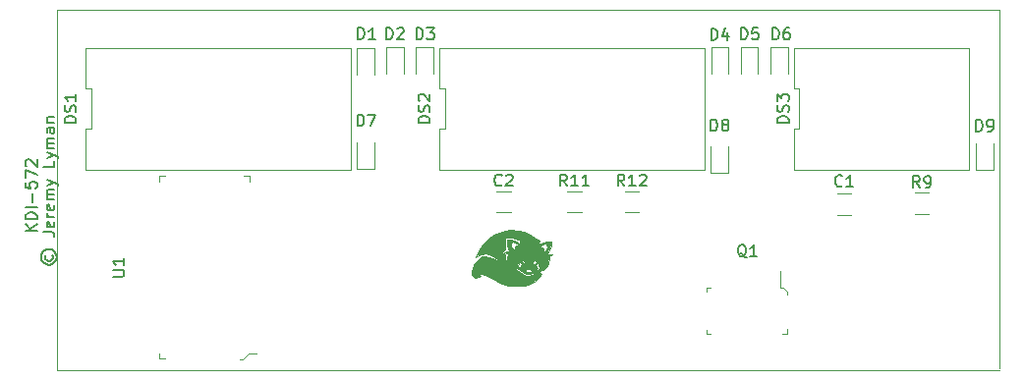
<source format=gto>
G04 #@! TF.GenerationSoftware,KiCad,Pcbnew,5.1.5*
G04 #@! TF.CreationDate,2020-05-20T18:02:06-05:00*
G04 #@! TF.ProjectId,kdi574,6b646935-3734-42e6-9b69-6361645f7063,v01*
G04 #@! TF.SameCoordinates,Original*
G04 #@! TF.FileFunction,Legend,Top*
G04 #@! TF.FilePolarity,Positive*
%FSLAX46Y46*%
G04 Gerber Fmt 4.6, Leading zero omitted, Abs format (unit mm)*
G04 Created by KiCad (PCBNEW 5.1.5) date 2020-05-20 18:02:06*
%MOMM*%
%LPD*%
G04 APERTURE LIST*
%ADD10C,0.150000*%
%ADD11C,0.120000*%
%ADD12C,0.010000*%
%ADD13C,0.100000*%
G04 APERTURE END LIST*
D10*
X115933576Y-98962789D02*
X115885957Y-99058027D01*
X115885957Y-99248503D01*
X115933576Y-99343741D01*
X116028814Y-99438980D01*
X116124052Y-99486599D01*
X116314528Y-99486599D01*
X116409766Y-99438980D01*
X116505004Y-99343741D01*
X116552623Y-99248503D01*
X116552623Y-99058027D01*
X116505004Y-98962789D01*
X115552623Y-99153265D02*
X115600242Y-99391360D01*
X115743100Y-99629456D01*
X115981195Y-99772313D01*
X116219290Y-99819932D01*
X116457385Y-99772313D01*
X116695480Y-99629456D01*
X116838338Y-99391360D01*
X116885957Y-99153265D01*
X116838338Y-98915170D01*
X116695480Y-98677075D01*
X116457385Y-98534218D01*
X116219290Y-98486599D01*
X115981195Y-98534218D01*
X115743100Y-98677075D01*
X115600242Y-98915170D01*
X115552623Y-99153265D01*
X115695480Y-97010408D02*
X116409766Y-97010408D01*
X116552623Y-97058027D01*
X116647861Y-97153265D01*
X116695480Y-97296122D01*
X116695480Y-97391360D01*
X116647861Y-96153265D02*
X116695480Y-96248503D01*
X116695480Y-96438980D01*
X116647861Y-96534218D01*
X116552623Y-96581837D01*
X116171671Y-96581837D01*
X116076433Y-96534218D01*
X116028814Y-96438980D01*
X116028814Y-96248503D01*
X116076433Y-96153265D01*
X116171671Y-96105646D01*
X116266909Y-96105646D01*
X116362147Y-96581837D01*
X116695480Y-95677075D02*
X116028814Y-95677075D01*
X116219290Y-95677075D02*
X116124052Y-95629456D01*
X116076433Y-95581837D01*
X116028814Y-95486599D01*
X116028814Y-95391360D01*
X116647861Y-94677075D02*
X116695480Y-94772313D01*
X116695480Y-94962789D01*
X116647861Y-95058027D01*
X116552623Y-95105646D01*
X116171671Y-95105646D01*
X116076433Y-95058027D01*
X116028814Y-94962789D01*
X116028814Y-94772313D01*
X116076433Y-94677075D01*
X116171671Y-94629456D01*
X116266909Y-94629456D01*
X116362147Y-95105646D01*
X116695480Y-94200884D02*
X116028814Y-94200884D01*
X116124052Y-94200884D02*
X116076433Y-94153265D01*
X116028814Y-94058027D01*
X116028814Y-93915170D01*
X116076433Y-93819932D01*
X116171671Y-93772313D01*
X116695480Y-93772313D01*
X116171671Y-93772313D02*
X116076433Y-93724694D01*
X116028814Y-93629456D01*
X116028814Y-93486599D01*
X116076433Y-93391360D01*
X116171671Y-93343741D01*
X116695480Y-93343741D01*
X116028814Y-92962789D02*
X116695480Y-92724694D01*
X116028814Y-92486599D02*
X116695480Y-92724694D01*
X116933576Y-92819932D01*
X116981195Y-92867551D01*
X117028814Y-92962789D01*
X116695480Y-90867551D02*
X116695480Y-91343741D01*
X115695480Y-91343741D01*
X116028814Y-90629456D02*
X116695480Y-90391360D01*
X116028814Y-90153265D02*
X116695480Y-90391360D01*
X116933576Y-90486599D01*
X116981195Y-90534218D01*
X117028814Y-90629456D01*
X116695480Y-89772313D02*
X116028814Y-89772313D01*
X116124052Y-89772313D02*
X116076433Y-89724694D01*
X116028814Y-89629456D01*
X116028814Y-89486599D01*
X116076433Y-89391360D01*
X116171671Y-89343741D01*
X116695480Y-89343741D01*
X116171671Y-89343741D02*
X116076433Y-89296122D01*
X116028814Y-89200884D01*
X116028814Y-89058027D01*
X116076433Y-88962789D01*
X116171671Y-88915170D01*
X116695480Y-88915170D01*
X116695480Y-88010408D02*
X116171671Y-88010408D01*
X116076433Y-88058027D01*
X116028814Y-88153265D01*
X116028814Y-88343741D01*
X116076433Y-88438980D01*
X116647861Y-88010408D02*
X116695480Y-88105646D01*
X116695480Y-88343741D01*
X116647861Y-88438980D01*
X116552623Y-88486599D01*
X116457385Y-88486599D01*
X116362147Y-88438980D01*
X116314528Y-88343741D01*
X116314528Y-88105646D01*
X116266909Y-88010408D01*
X116028814Y-87534218D02*
X116695480Y-87534218D01*
X116124052Y-87534218D02*
X116076433Y-87486599D01*
X116028814Y-87391360D01*
X116028814Y-87248503D01*
X116076433Y-87153265D01*
X116171671Y-87105646D01*
X116695480Y-87105646D01*
X115179100Y-96887919D02*
X114179100Y-96887919D01*
X115179100Y-96316490D02*
X114607672Y-96745061D01*
X114179100Y-96316490D02*
X114750529Y-96887919D01*
X115179100Y-95887919D02*
X114179100Y-95887919D01*
X114179100Y-95649823D01*
X114226720Y-95506966D01*
X114321958Y-95411728D01*
X114417196Y-95364109D01*
X114607672Y-95316490D01*
X114750529Y-95316490D01*
X114941005Y-95364109D01*
X115036243Y-95411728D01*
X115131481Y-95506966D01*
X115179100Y-95649823D01*
X115179100Y-95887919D01*
X115179100Y-94887919D02*
X114179100Y-94887919D01*
X114798148Y-94411728D02*
X114798148Y-93649823D01*
X114179100Y-92697442D02*
X114179100Y-93173633D01*
X114655291Y-93221252D01*
X114607672Y-93173633D01*
X114560053Y-93078395D01*
X114560053Y-92840300D01*
X114607672Y-92745061D01*
X114655291Y-92697442D01*
X114750529Y-92649823D01*
X114988624Y-92649823D01*
X115083862Y-92697442D01*
X115131481Y-92745061D01*
X115179100Y-92840300D01*
X115179100Y-93078395D01*
X115131481Y-93173633D01*
X115083862Y-93221252D01*
X114179100Y-92316490D02*
X114179100Y-91649823D01*
X115179100Y-92078395D01*
X114274339Y-91316490D02*
X114226720Y-91268871D01*
X114179100Y-91173633D01*
X114179100Y-90935538D01*
X114226720Y-90840300D01*
X114274339Y-90792680D01*
X114369577Y-90745061D01*
X114464815Y-90745061D01*
X114607672Y-90792680D01*
X115179100Y-91364109D01*
X115179100Y-90745061D01*
D11*
X198103500Y-108912900D02*
X116903500Y-108912900D01*
X198103500Y-77812900D02*
X198103500Y-108775500D01*
X116903500Y-77812900D02*
X198103500Y-77812900D01*
X116903500Y-77812900D02*
X116903500Y-108912900D01*
D12*
G36*
X156681016Y-96869661D02*
G01*
X157392133Y-97086627D01*
X158099429Y-97470061D01*
X158100923Y-97471052D01*
X158345421Y-97639905D01*
X158467176Y-97749973D01*
X158488254Y-97830241D01*
X158433081Y-97907347D01*
X158339057Y-98035139D01*
X158375251Y-98077424D01*
X158519363Y-98022260D01*
X158579247Y-97985617D01*
X158787881Y-97887898D01*
X159044887Y-97817450D01*
X159292926Y-97783713D01*
X159474659Y-97796128D01*
X159527885Y-97829437D01*
X159534010Y-97964406D01*
X159478985Y-98189644D01*
X159383412Y-98447127D01*
X159267894Y-98678833D01*
X159184514Y-98796489D01*
X159103203Y-98898114D01*
X159138422Y-98924965D01*
X159313743Y-98895943D01*
X159517431Y-98881423D01*
X159581427Y-98937656D01*
X159511326Y-99017302D01*
X159426757Y-99032906D01*
X159318563Y-99069691D01*
X159299510Y-99208905D01*
X159307164Y-99271898D01*
X159283216Y-99652112D01*
X159111221Y-99990233D01*
X158812352Y-100250326D01*
X158695286Y-100310364D01*
X158457140Y-100427409D01*
X158329937Y-100513480D01*
X158327101Y-100554687D01*
X158462052Y-100537138D01*
X158480760Y-100532374D01*
X158610032Y-100513905D01*
X158636133Y-100568349D01*
X158558092Y-100718853D01*
X158467228Y-100855635D01*
X158135903Y-101209702D01*
X157708256Y-101480029D01*
X157456711Y-101575215D01*
X157149344Y-101626687D01*
X156738684Y-101647298D01*
X156287699Y-101638298D01*
X155859356Y-101600939D01*
X155517427Y-101536694D01*
X154995681Y-101348729D01*
X154464994Y-101063553D01*
X154196924Y-100888542D01*
X153797062Y-100660710D01*
X153477692Y-100579890D01*
X153258726Y-100631359D01*
X153164425Y-100697739D01*
X153216940Y-100724041D01*
X153316093Y-100730571D01*
X153442695Y-100742213D01*
X153435399Y-100773982D01*
X153283662Y-100846682D01*
X153249692Y-100861573D01*
X152977769Y-100926242D01*
X152784793Y-100864756D01*
X152672195Y-100701510D01*
X152641402Y-100460897D01*
X152693845Y-100167310D01*
X152729348Y-100083885D01*
X156300892Y-100083885D01*
X156343023Y-100141500D01*
X156494006Y-100238194D01*
X156546725Y-100266242D01*
X156816863Y-100427397D01*
X157069008Y-100611084D01*
X157069089Y-100611152D01*
X157330599Y-100773109D01*
X157590013Y-100793707D01*
X157900166Y-100677663D01*
X158060174Y-100578425D01*
X158118231Y-100507887D01*
X158114879Y-100501470D01*
X158016596Y-100502517D01*
X157900911Y-100550046D01*
X157603544Y-100636235D01*
X157306160Y-100605149D01*
X157077434Y-100465250D01*
X156923642Y-100338246D01*
X156899953Y-100324073D01*
X157265359Y-100324073D01*
X157272132Y-100428238D01*
X157392047Y-100468634D01*
X157497002Y-100472240D01*
X157700735Y-100442459D01*
X157776515Y-100341684D01*
X157778553Y-100324073D01*
X157738026Y-100212451D01*
X157571693Y-100176174D01*
X157546910Y-100175906D01*
X157335088Y-100225712D01*
X157265359Y-100324073D01*
X156899953Y-100324073D01*
X156713741Y-100212665D01*
X156502573Y-100115441D01*
X156344979Y-100073508D01*
X156300892Y-100083885D01*
X152729348Y-100083885D01*
X152806496Y-99902607D01*
X156649578Y-99902607D01*
X156663764Y-100034355D01*
X156718109Y-100126878D01*
X156762857Y-100062107D01*
X156767646Y-100048906D01*
X156856154Y-99902649D01*
X156894638Y-99868489D01*
X156894775Y-99868039D01*
X158161253Y-99868039D01*
X158215503Y-99992952D01*
X158220155Y-99998615D01*
X158283756Y-100143640D01*
X158271385Y-100214531D01*
X158271894Y-100295317D01*
X158301433Y-100302906D01*
X158420790Y-100241015D01*
X158439703Y-100216174D01*
X158460706Y-100078496D01*
X158436083Y-99868904D01*
X158435917Y-99868147D01*
X158387724Y-99697465D01*
X158329270Y-99669815D01*
X158246417Y-99738964D01*
X158161253Y-99868039D01*
X156894775Y-99868039D01*
X156929167Y-99755778D01*
X156892167Y-99664450D01*
X156822420Y-99568220D01*
X156760522Y-99608844D01*
X156706465Y-99703317D01*
X156649578Y-99902607D01*
X152806496Y-99902607D01*
X152830952Y-99845143D01*
X153054152Y-99518788D01*
X153163868Y-99396652D01*
X153372890Y-99205269D01*
X153571671Y-99096630D01*
X153792321Y-99072031D01*
X154066954Y-99132765D01*
X154427681Y-99280130D01*
X154802767Y-99462746D01*
X155152980Y-99633142D01*
X155446753Y-99764301D01*
X155652509Y-99842927D01*
X155737960Y-99856595D01*
X155701137Y-99796449D01*
X155547338Y-99706378D01*
X155463078Y-99668649D01*
X155223033Y-99551308D01*
X154912235Y-99376553D01*
X154609529Y-99189555D01*
X154169480Y-98948547D01*
X153796829Y-98849531D01*
X153470725Y-98889982D01*
X153227920Y-99022111D01*
X152990583Y-99197582D01*
X153058109Y-98962131D01*
X153123210Y-98814753D01*
X155141290Y-98814753D01*
X155350525Y-98865015D01*
X155507478Y-98944420D01*
X155533092Y-99101200D01*
X155532364Y-99106446D01*
X155555249Y-99303354D01*
X155648274Y-99511915D01*
X155775115Y-99667398D01*
X155871167Y-99710240D01*
X155898132Y-99660459D01*
X155826882Y-99555406D01*
X155729716Y-99390022D01*
X155728632Y-99385158D01*
X156908462Y-99385158D01*
X156921557Y-99471894D01*
X156952713Y-99533345D01*
X157064432Y-99674022D01*
X157161595Y-99702067D01*
X157184113Y-99650193D01*
X157889648Y-99650193D01*
X157938704Y-99732628D01*
X158056197Y-99755100D01*
X158179792Y-99680649D01*
X158226760Y-99574181D01*
X158156213Y-99478539D01*
X158057427Y-99456240D01*
X157917963Y-99517226D01*
X157889648Y-99650193D01*
X157184113Y-99650193D01*
X157200634Y-99612135D01*
X157194829Y-99563045D01*
X157097363Y-99423728D01*
X157012262Y-99386151D01*
X156908462Y-99385158D01*
X155728632Y-99385158D01*
X155689001Y-99207445D01*
X155711312Y-99069635D01*
X155771427Y-99032906D01*
X155854833Y-98993356D01*
X155815005Y-98902027D01*
X155670373Y-98799902D01*
X155665593Y-98797575D01*
X155475093Y-98705700D01*
X155671299Y-98699970D01*
X155811099Y-98669642D01*
X155821945Y-98557458D01*
X155806394Y-98503740D01*
X155698304Y-98106159D01*
X155682250Y-97980435D01*
X156025692Y-97980435D01*
X156060017Y-98208511D01*
X156171031Y-98438923D01*
X156173593Y-98442567D01*
X156321760Y-98651906D01*
X156348550Y-98419073D01*
X156392956Y-98287840D01*
X158565427Y-98287840D01*
X158634240Y-98347997D01*
X158692427Y-98355573D01*
X158795855Y-98426159D01*
X158819427Y-98524906D01*
X158848344Y-98672292D01*
X158935324Y-98660772D01*
X159040233Y-98546073D01*
X159134898Y-98338094D01*
X159155400Y-98207406D01*
X159113536Y-98057062D01*
X158963360Y-98016906D01*
X158755113Y-98066944D01*
X158602933Y-98186831D01*
X158565427Y-98287840D01*
X156392956Y-98287840D01*
X156407474Y-98244935D01*
X156496717Y-98186240D01*
X156605749Y-98139886D01*
X156618093Y-98103747D01*
X156551278Y-98011528D01*
X156396284Y-97908771D01*
X156221287Y-97830983D01*
X156094463Y-97813669D01*
X156078494Y-97822727D01*
X156025692Y-97980435D01*
X155682250Y-97980435D01*
X155661485Y-97817818D01*
X155689142Y-97674385D01*
X155820507Y-97606160D01*
X156041027Y-97615480D01*
X156296309Y-97690068D01*
X156531961Y-97817644D01*
X156610143Y-97882289D01*
X156829760Y-98092696D01*
X156829760Y-97885468D01*
X156797390Y-97728536D01*
X156736935Y-97678240D01*
X156603182Y-97642916D01*
X156400933Y-97556768D01*
X156378560Y-97545766D01*
X156107205Y-97459537D01*
X155836386Y-97439933D01*
X155559760Y-97466573D01*
X155559760Y-97993527D01*
X155551618Y-98294787D01*
X155516505Y-98478716D01*
X155438390Y-98596962D01*
X155350525Y-98667617D01*
X155141290Y-98814753D01*
X153123210Y-98814753D01*
X153280013Y-98459783D01*
X153639104Y-97973334D01*
X154104362Y-97538162D01*
X154584191Y-97221780D01*
X155271100Y-96936816D01*
X155972023Y-96819583D01*
X156681016Y-96869661D01*
G37*
X156681016Y-96869661D02*
X157392133Y-97086627D01*
X158099429Y-97470061D01*
X158100923Y-97471052D01*
X158345421Y-97639905D01*
X158467176Y-97749973D01*
X158488254Y-97830241D01*
X158433081Y-97907347D01*
X158339057Y-98035139D01*
X158375251Y-98077424D01*
X158519363Y-98022260D01*
X158579247Y-97985617D01*
X158787881Y-97887898D01*
X159044887Y-97817450D01*
X159292926Y-97783713D01*
X159474659Y-97796128D01*
X159527885Y-97829437D01*
X159534010Y-97964406D01*
X159478985Y-98189644D01*
X159383412Y-98447127D01*
X159267894Y-98678833D01*
X159184514Y-98796489D01*
X159103203Y-98898114D01*
X159138422Y-98924965D01*
X159313743Y-98895943D01*
X159517431Y-98881423D01*
X159581427Y-98937656D01*
X159511326Y-99017302D01*
X159426757Y-99032906D01*
X159318563Y-99069691D01*
X159299510Y-99208905D01*
X159307164Y-99271898D01*
X159283216Y-99652112D01*
X159111221Y-99990233D01*
X158812352Y-100250326D01*
X158695286Y-100310364D01*
X158457140Y-100427409D01*
X158329937Y-100513480D01*
X158327101Y-100554687D01*
X158462052Y-100537138D01*
X158480760Y-100532374D01*
X158610032Y-100513905D01*
X158636133Y-100568349D01*
X158558092Y-100718853D01*
X158467228Y-100855635D01*
X158135903Y-101209702D01*
X157708256Y-101480029D01*
X157456711Y-101575215D01*
X157149344Y-101626687D01*
X156738684Y-101647298D01*
X156287699Y-101638298D01*
X155859356Y-101600939D01*
X155517427Y-101536694D01*
X154995681Y-101348729D01*
X154464994Y-101063553D01*
X154196924Y-100888542D01*
X153797062Y-100660710D01*
X153477692Y-100579890D01*
X153258726Y-100631359D01*
X153164425Y-100697739D01*
X153216940Y-100724041D01*
X153316093Y-100730571D01*
X153442695Y-100742213D01*
X153435399Y-100773982D01*
X153283662Y-100846682D01*
X153249692Y-100861573D01*
X152977769Y-100926242D01*
X152784793Y-100864756D01*
X152672195Y-100701510D01*
X152641402Y-100460897D01*
X152693845Y-100167310D01*
X152729348Y-100083885D01*
X156300892Y-100083885D01*
X156343023Y-100141500D01*
X156494006Y-100238194D01*
X156546725Y-100266242D01*
X156816863Y-100427397D01*
X157069008Y-100611084D01*
X157069089Y-100611152D01*
X157330599Y-100773109D01*
X157590013Y-100793707D01*
X157900166Y-100677663D01*
X158060174Y-100578425D01*
X158118231Y-100507887D01*
X158114879Y-100501470D01*
X158016596Y-100502517D01*
X157900911Y-100550046D01*
X157603544Y-100636235D01*
X157306160Y-100605149D01*
X157077434Y-100465250D01*
X156923642Y-100338246D01*
X156899953Y-100324073D01*
X157265359Y-100324073D01*
X157272132Y-100428238D01*
X157392047Y-100468634D01*
X157497002Y-100472240D01*
X157700735Y-100442459D01*
X157776515Y-100341684D01*
X157778553Y-100324073D01*
X157738026Y-100212451D01*
X157571693Y-100176174D01*
X157546910Y-100175906D01*
X157335088Y-100225712D01*
X157265359Y-100324073D01*
X156899953Y-100324073D01*
X156713741Y-100212665D01*
X156502573Y-100115441D01*
X156344979Y-100073508D01*
X156300892Y-100083885D01*
X152729348Y-100083885D01*
X152806496Y-99902607D01*
X156649578Y-99902607D01*
X156663764Y-100034355D01*
X156718109Y-100126878D01*
X156762857Y-100062107D01*
X156767646Y-100048906D01*
X156856154Y-99902649D01*
X156894638Y-99868489D01*
X156894775Y-99868039D01*
X158161253Y-99868039D01*
X158215503Y-99992952D01*
X158220155Y-99998615D01*
X158283756Y-100143640D01*
X158271385Y-100214531D01*
X158271894Y-100295317D01*
X158301433Y-100302906D01*
X158420790Y-100241015D01*
X158439703Y-100216174D01*
X158460706Y-100078496D01*
X158436083Y-99868904D01*
X158435917Y-99868147D01*
X158387724Y-99697465D01*
X158329270Y-99669815D01*
X158246417Y-99738964D01*
X158161253Y-99868039D01*
X156894775Y-99868039D01*
X156929167Y-99755778D01*
X156892167Y-99664450D01*
X156822420Y-99568220D01*
X156760522Y-99608844D01*
X156706465Y-99703317D01*
X156649578Y-99902607D01*
X152806496Y-99902607D01*
X152830952Y-99845143D01*
X153054152Y-99518788D01*
X153163868Y-99396652D01*
X153372890Y-99205269D01*
X153571671Y-99096630D01*
X153792321Y-99072031D01*
X154066954Y-99132765D01*
X154427681Y-99280130D01*
X154802767Y-99462746D01*
X155152980Y-99633142D01*
X155446753Y-99764301D01*
X155652509Y-99842927D01*
X155737960Y-99856595D01*
X155701137Y-99796449D01*
X155547338Y-99706378D01*
X155463078Y-99668649D01*
X155223033Y-99551308D01*
X154912235Y-99376553D01*
X154609529Y-99189555D01*
X154169480Y-98948547D01*
X153796829Y-98849531D01*
X153470725Y-98889982D01*
X153227920Y-99022111D01*
X152990583Y-99197582D01*
X153058109Y-98962131D01*
X153123210Y-98814753D01*
X155141290Y-98814753D01*
X155350525Y-98865015D01*
X155507478Y-98944420D01*
X155533092Y-99101200D01*
X155532364Y-99106446D01*
X155555249Y-99303354D01*
X155648274Y-99511915D01*
X155775115Y-99667398D01*
X155871167Y-99710240D01*
X155898132Y-99660459D01*
X155826882Y-99555406D01*
X155729716Y-99390022D01*
X155728632Y-99385158D01*
X156908462Y-99385158D01*
X156921557Y-99471894D01*
X156952713Y-99533345D01*
X157064432Y-99674022D01*
X157161595Y-99702067D01*
X157184113Y-99650193D01*
X157889648Y-99650193D01*
X157938704Y-99732628D01*
X158056197Y-99755100D01*
X158179792Y-99680649D01*
X158226760Y-99574181D01*
X158156213Y-99478539D01*
X158057427Y-99456240D01*
X157917963Y-99517226D01*
X157889648Y-99650193D01*
X157184113Y-99650193D01*
X157200634Y-99612135D01*
X157194829Y-99563045D01*
X157097363Y-99423728D01*
X157012262Y-99386151D01*
X156908462Y-99385158D01*
X155728632Y-99385158D01*
X155689001Y-99207445D01*
X155711312Y-99069635D01*
X155771427Y-99032906D01*
X155854833Y-98993356D01*
X155815005Y-98902027D01*
X155670373Y-98799902D01*
X155665593Y-98797575D01*
X155475093Y-98705700D01*
X155671299Y-98699970D01*
X155811099Y-98669642D01*
X155821945Y-98557458D01*
X155806394Y-98503740D01*
X155698304Y-98106159D01*
X155682250Y-97980435D01*
X156025692Y-97980435D01*
X156060017Y-98208511D01*
X156171031Y-98438923D01*
X156173593Y-98442567D01*
X156321760Y-98651906D01*
X156348550Y-98419073D01*
X156392956Y-98287840D01*
X158565427Y-98287840D01*
X158634240Y-98347997D01*
X158692427Y-98355573D01*
X158795855Y-98426159D01*
X158819427Y-98524906D01*
X158848344Y-98672292D01*
X158935324Y-98660772D01*
X159040233Y-98546073D01*
X159134898Y-98338094D01*
X159155400Y-98207406D01*
X159113536Y-98057062D01*
X158963360Y-98016906D01*
X158755113Y-98066944D01*
X158602933Y-98186831D01*
X158565427Y-98287840D01*
X156392956Y-98287840D01*
X156407474Y-98244935D01*
X156496717Y-98186240D01*
X156605749Y-98139886D01*
X156618093Y-98103747D01*
X156551278Y-98011528D01*
X156396284Y-97908771D01*
X156221287Y-97830983D01*
X156094463Y-97813669D01*
X156078494Y-97822727D01*
X156025692Y-97980435D01*
X155682250Y-97980435D01*
X155661485Y-97817818D01*
X155689142Y-97674385D01*
X155820507Y-97606160D01*
X156041027Y-97615480D01*
X156296309Y-97690068D01*
X156531961Y-97817644D01*
X156610143Y-97882289D01*
X156829760Y-98092696D01*
X156829760Y-97885468D01*
X156797390Y-97728536D01*
X156736935Y-97678240D01*
X156603182Y-97642916D01*
X156400933Y-97556768D01*
X156378560Y-97545766D01*
X156107205Y-97459537D01*
X155836386Y-97439933D01*
X155559760Y-97466573D01*
X155559760Y-97993527D01*
X155551618Y-98294787D01*
X155516505Y-98478716D01*
X155438390Y-98596962D01*
X155350525Y-98667617D01*
X155141290Y-98814753D01*
X153123210Y-98814753D01*
X153280013Y-98459783D01*
X153639104Y-97973334D01*
X154104362Y-97538162D01*
X154584191Y-97221780D01*
X155271100Y-96936816D01*
X155972023Y-96819583D01*
X156681016Y-96869661D01*
D13*
X125718740Y-107873460D02*
X126218740Y-107873460D01*
X125718740Y-92173460D02*
X126218740Y-92173460D01*
X125718740Y-92173460D02*
X125718740Y-92473460D01*
X133518740Y-92173460D02*
X133018740Y-92173460D01*
X133518740Y-92473460D02*
X133518740Y-92173460D01*
X125718740Y-107873460D02*
X125718740Y-107473460D01*
X125718740Y-92473460D02*
X125718740Y-92573460D01*
X133518740Y-92473460D02*
X133518740Y-92673460D01*
X125718740Y-92573460D02*
X125718740Y-92673460D01*
X132918740Y-107973460D02*
X133418740Y-107473460D01*
X132618740Y-107973460D02*
X132918740Y-107973460D01*
X133418740Y-107473460D02*
X134118740Y-107473460D01*
X179839900Y-102421700D02*
X179839900Y-102171700D01*
X179839900Y-102171700D02*
X179514900Y-101796700D01*
X179514900Y-101796700D02*
X179214900Y-101796700D01*
X179214900Y-101796700D02*
X179214900Y-100346700D01*
X179389900Y-105746700D02*
X179839900Y-105746700D01*
X179839900Y-105746700D02*
X179839900Y-105371700D01*
X172889900Y-102146700D02*
X172889900Y-101796700D01*
X172889900Y-101796700D02*
X173239900Y-101796700D01*
X173214900Y-105746700D02*
X172889900Y-105746700D01*
X172889900Y-105746700D02*
X172889900Y-105446700D01*
D11*
X142769920Y-81110620D02*
X142769920Y-83395620D01*
X144239920Y-81110620D02*
X142769920Y-81110620D01*
X144239920Y-83395620D02*
X144239920Y-81110620D01*
X180450000Y-91620000D02*
X195470000Y-91620000D01*
X195470000Y-91620000D02*
X195470000Y-81100000D01*
X195470000Y-81100000D02*
X180450000Y-81100000D01*
X180450000Y-81100000D02*
X180450000Y-84606667D01*
X180450000Y-84606667D02*
X180870000Y-84606667D01*
X180870000Y-84606667D02*
X180870000Y-88113333D01*
X180870000Y-88113333D02*
X180450000Y-88113333D01*
X180450000Y-88113333D02*
X180450000Y-91620000D01*
X197585000Y-91655000D02*
X197585000Y-89370000D01*
X196115000Y-91655000D02*
X197585000Y-91655000D01*
X196115000Y-89370000D02*
X196115000Y-91655000D01*
X174714840Y-91868460D02*
X174714840Y-89583460D01*
X173244840Y-91868460D02*
X174714840Y-91868460D01*
X173244840Y-89583460D02*
X173244840Y-91868460D01*
X144245000Y-91525000D02*
X144245000Y-89240000D01*
X142775000Y-91525000D02*
X144245000Y-91525000D01*
X142775000Y-89240000D02*
X142775000Y-91525000D01*
X178401040Y-81080340D02*
X178401040Y-83365340D01*
X179871040Y-81080340D02*
X178401040Y-81080340D01*
X179871040Y-83365340D02*
X179871040Y-81080340D01*
X175850880Y-81085420D02*
X175850880Y-83370420D01*
X177320880Y-81085420D02*
X175850880Y-81085420D01*
X177320880Y-83370420D02*
X177320880Y-81085420D01*
X173260080Y-81085220D02*
X173260080Y-83370220D01*
X174730080Y-81085220D02*
X173260080Y-81085220D01*
X174730080Y-83370220D02*
X174730080Y-81085220D01*
X147855000Y-81065000D02*
X147855000Y-83350000D01*
X149325000Y-81065000D02*
X147855000Y-81065000D01*
X149325000Y-83350000D02*
X149325000Y-81065000D01*
X145315000Y-81065000D02*
X145315000Y-83350000D01*
X146785000Y-81065000D02*
X145315000Y-81065000D01*
X146785000Y-83350000D02*
X146785000Y-81065000D01*
X185336264Y-93692300D02*
X184132136Y-93692300D01*
X185336264Y-95512300D02*
X184132136Y-95512300D01*
X154792136Y-93489100D02*
X155996264Y-93489100D01*
X154792136Y-95309100D02*
X155996264Y-95309100D01*
X119395000Y-88113333D02*
X119395000Y-91620000D01*
X119910000Y-88113333D02*
X119395000Y-88113333D01*
X119910000Y-84606667D02*
X119910000Y-88113333D01*
X119395000Y-84606667D02*
X119910000Y-84606667D01*
X119395000Y-81100000D02*
X119395000Y-84606667D01*
X142225000Y-81100000D02*
X119395000Y-81100000D01*
X142225000Y-91620000D02*
X142225000Y-81100000D01*
X119395000Y-91620000D02*
X142225000Y-91620000D01*
X149875000Y-91620000D02*
X172705000Y-91620000D01*
X172705000Y-91620000D02*
X172705000Y-81100000D01*
X172705000Y-81100000D02*
X149875000Y-81100000D01*
X149875000Y-81100000D02*
X149875000Y-84606667D01*
X149875000Y-84606667D02*
X150390000Y-84606667D01*
X150390000Y-84606667D02*
X150390000Y-88113333D01*
X150390000Y-88113333D02*
X149875000Y-88113333D01*
X149875000Y-88113333D02*
X149875000Y-91620000D01*
X192003764Y-93603400D02*
X190799636Y-93603400D01*
X192003764Y-95423400D02*
X190799636Y-95423400D01*
X160894136Y-95309100D02*
X162098264Y-95309100D01*
X160894136Y-93489100D02*
X162098264Y-93489100D01*
X165841136Y-93489100D02*
X167045264Y-93489100D01*
X165841136Y-95309100D02*
X167045264Y-95309100D01*
D10*
X121711120Y-100835364D02*
X122520644Y-100835364D01*
X122615882Y-100787745D01*
X122663501Y-100740126D01*
X122711120Y-100644888D01*
X122711120Y-100454412D01*
X122663501Y-100359174D01*
X122615882Y-100311555D01*
X122520644Y-100263936D01*
X121711120Y-100263936D01*
X122711120Y-99263936D02*
X122711120Y-99835364D01*
X122711120Y-99549650D02*
X121711120Y-99549650D01*
X121853978Y-99644888D01*
X121949216Y-99740126D01*
X121996835Y-99835364D01*
X176307761Y-99193599D02*
X176212523Y-99145980D01*
X176117285Y-99050741D01*
X175974428Y-98907884D01*
X175879190Y-98860265D01*
X175783952Y-98860265D01*
X175831571Y-99098360D02*
X175736333Y-99050741D01*
X175641095Y-98955503D01*
X175593476Y-98765027D01*
X175593476Y-98431694D01*
X175641095Y-98241218D01*
X175736333Y-98145980D01*
X175831571Y-98098360D01*
X176022047Y-98098360D01*
X176117285Y-98145980D01*
X176212523Y-98241218D01*
X176260142Y-98431694D01*
X176260142Y-98765027D01*
X176212523Y-98955503D01*
X176117285Y-99050741D01*
X176022047Y-99098360D01*
X175831571Y-99098360D01*
X177212523Y-99098360D02*
X176641095Y-99098360D01*
X176926809Y-99098360D02*
X176926809Y-98098360D01*
X176831571Y-98241218D01*
X176736333Y-98336456D01*
X176641095Y-98384075D01*
X142830324Y-80376020D02*
X142830324Y-79376020D01*
X143068420Y-79376020D01*
X143211277Y-79423640D01*
X143306515Y-79518878D01*
X143354134Y-79614116D01*
X143401753Y-79804592D01*
X143401753Y-79947449D01*
X143354134Y-80137925D01*
X143306515Y-80233163D01*
X143211277Y-80328401D01*
X143068420Y-80376020D01*
X142830324Y-80376020D01*
X144354134Y-80376020D02*
X143782705Y-80376020D01*
X144068420Y-80376020D02*
X144068420Y-79376020D01*
X143973181Y-79518878D01*
X143877943Y-79614116D01*
X143782705Y-79661735D01*
X179962380Y-87574285D02*
X178962380Y-87574285D01*
X178962380Y-87336190D01*
X179010000Y-87193333D01*
X179105238Y-87098095D01*
X179200476Y-87050476D01*
X179390952Y-87002857D01*
X179533809Y-87002857D01*
X179724285Y-87050476D01*
X179819523Y-87098095D01*
X179914761Y-87193333D01*
X179962380Y-87336190D01*
X179962380Y-87574285D01*
X179914761Y-86621904D02*
X179962380Y-86479047D01*
X179962380Y-86240952D01*
X179914761Y-86145714D01*
X179867142Y-86098095D01*
X179771904Y-86050476D01*
X179676666Y-86050476D01*
X179581428Y-86098095D01*
X179533809Y-86145714D01*
X179486190Y-86240952D01*
X179438571Y-86431428D01*
X179390952Y-86526666D01*
X179343333Y-86574285D01*
X179248095Y-86621904D01*
X179152857Y-86621904D01*
X179057619Y-86574285D01*
X179010000Y-86526666D01*
X178962380Y-86431428D01*
X178962380Y-86193333D01*
X179010000Y-86050476D01*
X178962380Y-85717142D02*
X178962380Y-85098095D01*
X179343333Y-85431428D01*
X179343333Y-85288571D01*
X179390952Y-85193333D01*
X179438571Y-85145714D01*
X179533809Y-85098095D01*
X179771904Y-85098095D01*
X179867142Y-85145714D01*
X179914761Y-85193333D01*
X179962380Y-85288571D01*
X179962380Y-85574285D01*
X179914761Y-85669523D01*
X179867142Y-85717142D01*
X196083964Y-88308440D02*
X196083964Y-87308440D01*
X196322060Y-87308440D01*
X196464917Y-87356060D01*
X196560155Y-87451298D01*
X196607774Y-87546536D01*
X196655393Y-87737012D01*
X196655393Y-87879869D01*
X196607774Y-88070345D01*
X196560155Y-88165583D01*
X196464917Y-88260821D01*
X196322060Y-88308440D01*
X196083964Y-88308440D01*
X197131583Y-88308440D02*
X197322060Y-88308440D01*
X197417298Y-88260821D01*
X197464917Y-88213202D01*
X197560155Y-88070345D01*
X197607774Y-87879869D01*
X197607774Y-87498917D01*
X197560155Y-87403679D01*
X197512536Y-87356060D01*
X197417298Y-87308440D01*
X197226821Y-87308440D01*
X197131583Y-87356060D01*
X197083964Y-87403679D01*
X197036345Y-87498917D01*
X197036345Y-87737012D01*
X197083964Y-87832250D01*
X197131583Y-87879869D01*
X197226821Y-87927488D01*
X197417298Y-87927488D01*
X197512536Y-87879869D01*
X197560155Y-87832250D01*
X197607774Y-87737012D01*
X173239204Y-88283040D02*
X173239204Y-87283040D01*
X173477300Y-87283040D01*
X173620157Y-87330660D01*
X173715395Y-87425898D01*
X173763014Y-87521136D01*
X173810633Y-87711612D01*
X173810633Y-87854469D01*
X173763014Y-88044945D01*
X173715395Y-88140183D01*
X173620157Y-88235421D01*
X173477300Y-88283040D01*
X173239204Y-88283040D01*
X174382061Y-87711612D02*
X174286823Y-87663993D01*
X174239204Y-87616374D01*
X174191585Y-87521136D01*
X174191585Y-87473517D01*
X174239204Y-87378279D01*
X174286823Y-87330660D01*
X174382061Y-87283040D01*
X174572538Y-87283040D01*
X174667776Y-87330660D01*
X174715395Y-87378279D01*
X174763014Y-87473517D01*
X174763014Y-87521136D01*
X174715395Y-87616374D01*
X174667776Y-87663993D01*
X174572538Y-87711612D01*
X174382061Y-87711612D01*
X174286823Y-87759231D01*
X174239204Y-87806850D01*
X174191585Y-87902088D01*
X174191585Y-88092564D01*
X174239204Y-88187802D01*
X174286823Y-88235421D01*
X174382061Y-88283040D01*
X174572538Y-88283040D01*
X174667776Y-88235421D01*
X174715395Y-88187802D01*
X174763014Y-88092564D01*
X174763014Y-87902088D01*
X174715395Y-87806850D01*
X174667776Y-87759231D01*
X174572538Y-87711612D01*
X142784604Y-87861400D02*
X142784604Y-86861400D01*
X143022700Y-86861400D01*
X143165557Y-86909020D01*
X143260795Y-87004258D01*
X143308414Y-87099496D01*
X143356033Y-87289972D01*
X143356033Y-87432829D01*
X143308414Y-87623305D01*
X143260795Y-87718543D01*
X143165557Y-87813781D01*
X143022700Y-87861400D01*
X142784604Y-87861400D01*
X143689366Y-86861400D02*
X144356033Y-86861400D01*
X143927461Y-87861400D01*
X178540184Y-80391260D02*
X178540184Y-79391260D01*
X178778280Y-79391260D01*
X178921137Y-79438880D01*
X179016375Y-79534118D01*
X179063994Y-79629356D01*
X179111613Y-79819832D01*
X179111613Y-79962689D01*
X179063994Y-80153165D01*
X179016375Y-80248403D01*
X178921137Y-80343641D01*
X178778280Y-80391260D01*
X178540184Y-80391260D01*
X179968756Y-79391260D02*
X179778280Y-79391260D01*
X179683041Y-79438880D01*
X179635422Y-79486499D01*
X179540184Y-79629356D01*
X179492565Y-79819832D01*
X179492565Y-80200784D01*
X179540184Y-80296022D01*
X179587803Y-80343641D01*
X179683041Y-80391260D01*
X179873518Y-80391260D01*
X179968756Y-80343641D01*
X180016375Y-80296022D01*
X180063994Y-80200784D01*
X180063994Y-79962689D01*
X180016375Y-79867451D01*
X179968756Y-79819832D01*
X179873518Y-79772213D01*
X179683041Y-79772213D01*
X179587803Y-79819832D01*
X179540184Y-79867451D01*
X179492565Y-79962689D01*
X175822384Y-80396340D02*
X175822384Y-79396340D01*
X176060480Y-79396340D01*
X176203337Y-79443960D01*
X176298575Y-79539198D01*
X176346194Y-79634436D01*
X176393813Y-79824912D01*
X176393813Y-79967769D01*
X176346194Y-80158245D01*
X176298575Y-80253483D01*
X176203337Y-80348721D01*
X176060480Y-80396340D01*
X175822384Y-80396340D01*
X177298575Y-79396340D02*
X176822384Y-79396340D01*
X176774765Y-79872531D01*
X176822384Y-79824912D01*
X176917622Y-79777293D01*
X177155718Y-79777293D01*
X177250956Y-79824912D01*
X177298575Y-79872531D01*
X177346194Y-79967769D01*
X177346194Y-80205864D01*
X177298575Y-80301102D01*
X177250956Y-80348721D01*
X177155718Y-80396340D01*
X176917622Y-80396340D01*
X176822384Y-80348721D01*
X176774765Y-80301102D01*
X173262064Y-80439520D02*
X173262064Y-79439520D01*
X173500160Y-79439520D01*
X173643017Y-79487140D01*
X173738255Y-79582378D01*
X173785874Y-79677616D01*
X173833493Y-79868092D01*
X173833493Y-80010949D01*
X173785874Y-80201425D01*
X173738255Y-80296663D01*
X173643017Y-80391901D01*
X173500160Y-80439520D01*
X173262064Y-80439520D01*
X174690636Y-79772854D02*
X174690636Y-80439520D01*
X174452540Y-79391901D02*
X174214445Y-80106187D01*
X174833493Y-80106187D01*
X147869684Y-80393800D02*
X147869684Y-79393800D01*
X148107780Y-79393800D01*
X148250637Y-79441420D01*
X148345875Y-79536658D01*
X148393494Y-79631896D01*
X148441113Y-79822372D01*
X148441113Y-79965229D01*
X148393494Y-80155705D01*
X148345875Y-80250943D01*
X148250637Y-80346181D01*
X148107780Y-80393800D01*
X147869684Y-80393800D01*
X148774446Y-79393800D02*
X149393494Y-79393800D01*
X149060160Y-79774753D01*
X149203018Y-79774753D01*
X149298256Y-79822372D01*
X149345875Y-79869991D01*
X149393494Y-79965229D01*
X149393494Y-80203324D01*
X149345875Y-80298562D01*
X149298256Y-80346181D01*
X149203018Y-80393800D01*
X148917303Y-80393800D01*
X148822065Y-80346181D01*
X148774446Y-80298562D01*
X145273804Y-80386180D02*
X145273804Y-79386180D01*
X145511900Y-79386180D01*
X145654757Y-79433800D01*
X145749995Y-79529038D01*
X145797614Y-79624276D01*
X145845233Y-79814752D01*
X145845233Y-79957609D01*
X145797614Y-80148085D01*
X145749995Y-80243323D01*
X145654757Y-80338561D01*
X145511900Y-80386180D01*
X145273804Y-80386180D01*
X146226185Y-79481419D02*
X146273804Y-79433800D01*
X146369042Y-79386180D01*
X146607138Y-79386180D01*
X146702376Y-79433800D01*
X146749995Y-79481419D01*
X146797614Y-79576657D01*
X146797614Y-79671895D01*
X146749995Y-79814752D01*
X146178566Y-80386180D01*
X146797614Y-80386180D01*
X184559913Y-92985862D02*
X184512294Y-93033481D01*
X184369437Y-93081100D01*
X184274199Y-93081100D01*
X184131341Y-93033481D01*
X184036103Y-92938243D01*
X183988484Y-92843005D01*
X183940865Y-92652529D01*
X183940865Y-92509672D01*
X183988484Y-92319196D01*
X184036103Y-92223958D01*
X184131341Y-92128720D01*
X184274199Y-92081100D01*
X184369437Y-92081100D01*
X184512294Y-92128720D01*
X184559913Y-92176339D01*
X185512294Y-93081100D02*
X184940865Y-93081100D01*
X185226580Y-93081100D02*
X185226580Y-92081100D01*
X185131341Y-92223958D01*
X185036103Y-92319196D01*
X184940865Y-92366815D01*
X155227533Y-92936242D02*
X155179914Y-92983861D01*
X155037057Y-93031480D01*
X154941819Y-93031480D01*
X154798961Y-92983861D01*
X154703723Y-92888623D01*
X154656104Y-92793385D01*
X154608485Y-92602909D01*
X154608485Y-92460052D01*
X154656104Y-92269576D01*
X154703723Y-92174338D01*
X154798961Y-92079100D01*
X154941819Y-92031480D01*
X155037057Y-92031480D01*
X155179914Y-92079100D01*
X155227533Y-92126719D01*
X155608485Y-92126719D02*
X155656104Y-92079100D01*
X155751342Y-92031480D01*
X155989438Y-92031480D01*
X156084676Y-92079100D01*
X156132295Y-92126719D01*
X156179914Y-92221957D01*
X156179914Y-92317195D01*
X156132295Y-92460052D01*
X155560866Y-93031480D01*
X156179914Y-93031480D01*
X118562380Y-87574285D02*
X117562380Y-87574285D01*
X117562380Y-87336190D01*
X117610000Y-87193333D01*
X117705238Y-87098095D01*
X117800476Y-87050476D01*
X117990952Y-87002857D01*
X118133809Y-87002857D01*
X118324285Y-87050476D01*
X118419523Y-87098095D01*
X118514761Y-87193333D01*
X118562380Y-87336190D01*
X118562380Y-87574285D01*
X118514761Y-86621904D02*
X118562380Y-86479047D01*
X118562380Y-86240952D01*
X118514761Y-86145714D01*
X118467142Y-86098095D01*
X118371904Y-86050476D01*
X118276666Y-86050476D01*
X118181428Y-86098095D01*
X118133809Y-86145714D01*
X118086190Y-86240952D01*
X118038571Y-86431428D01*
X117990952Y-86526666D01*
X117943333Y-86574285D01*
X117848095Y-86621904D01*
X117752857Y-86621904D01*
X117657619Y-86574285D01*
X117610000Y-86526666D01*
X117562380Y-86431428D01*
X117562380Y-86193333D01*
X117610000Y-86050476D01*
X118562380Y-85098095D02*
X118562380Y-85669523D01*
X118562380Y-85383809D02*
X117562380Y-85383809D01*
X117705238Y-85479047D01*
X117800476Y-85574285D01*
X117848095Y-85669523D01*
X149042380Y-87574285D02*
X148042380Y-87574285D01*
X148042380Y-87336190D01*
X148090000Y-87193333D01*
X148185238Y-87098095D01*
X148280476Y-87050476D01*
X148470952Y-87002857D01*
X148613809Y-87002857D01*
X148804285Y-87050476D01*
X148899523Y-87098095D01*
X148994761Y-87193333D01*
X149042380Y-87336190D01*
X149042380Y-87574285D01*
X148994761Y-86621904D02*
X149042380Y-86479047D01*
X149042380Y-86240952D01*
X148994761Y-86145714D01*
X148947142Y-86098095D01*
X148851904Y-86050476D01*
X148756666Y-86050476D01*
X148661428Y-86098095D01*
X148613809Y-86145714D01*
X148566190Y-86240952D01*
X148518571Y-86431428D01*
X148470952Y-86526666D01*
X148423333Y-86574285D01*
X148328095Y-86621904D01*
X148232857Y-86621904D01*
X148137619Y-86574285D01*
X148090000Y-86526666D01*
X148042380Y-86431428D01*
X148042380Y-86193333D01*
X148090000Y-86050476D01*
X148137619Y-85669523D02*
X148090000Y-85621904D01*
X148042380Y-85526666D01*
X148042380Y-85288571D01*
X148090000Y-85193333D01*
X148137619Y-85145714D01*
X148232857Y-85098095D01*
X148328095Y-85098095D01*
X148470952Y-85145714D01*
X149042380Y-85717142D01*
X149042380Y-85098095D01*
X191245193Y-93167460D02*
X190911860Y-92691270D01*
X190673764Y-93167460D02*
X190673764Y-92167460D01*
X191054717Y-92167460D01*
X191149955Y-92215080D01*
X191197574Y-92262699D01*
X191245193Y-92357937D01*
X191245193Y-92500794D01*
X191197574Y-92596032D01*
X191149955Y-92643651D01*
X191054717Y-92691270D01*
X190673764Y-92691270D01*
X191721383Y-93167460D02*
X191911860Y-93167460D01*
X192007098Y-93119841D01*
X192054717Y-93072222D01*
X192149955Y-92929365D01*
X192197574Y-92738889D01*
X192197574Y-92357937D01*
X192149955Y-92262699D01*
X192102336Y-92215080D01*
X192007098Y-92167460D01*
X191816621Y-92167460D01*
X191721383Y-92215080D01*
X191673764Y-92262699D01*
X191626145Y-92357937D01*
X191626145Y-92596032D01*
X191673764Y-92691270D01*
X191721383Y-92738889D01*
X191816621Y-92786508D01*
X192007098Y-92786508D01*
X192102336Y-92738889D01*
X192149955Y-92691270D01*
X192197574Y-92596032D01*
X160853342Y-93031480D02*
X160520009Y-92555290D01*
X160281914Y-93031480D02*
X160281914Y-92031480D01*
X160662866Y-92031480D01*
X160758104Y-92079100D01*
X160805723Y-92126719D01*
X160853342Y-92221957D01*
X160853342Y-92364814D01*
X160805723Y-92460052D01*
X160758104Y-92507671D01*
X160662866Y-92555290D01*
X160281914Y-92555290D01*
X161805723Y-93031480D02*
X161234295Y-93031480D01*
X161520009Y-93031480D02*
X161520009Y-92031480D01*
X161424771Y-92174338D01*
X161329533Y-92269576D01*
X161234295Y-92317195D01*
X162758104Y-93031480D02*
X162186676Y-93031480D01*
X162472390Y-93031480D02*
X162472390Y-92031480D01*
X162377152Y-92174338D01*
X162281914Y-92269576D01*
X162186676Y-92317195D01*
X165800342Y-93031480D02*
X165467009Y-92555290D01*
X165228914Y-93031480D02*
X165228914Y-92031480D01*
X165609866Y-92031480D01*
X165705104Y-92079100D01*
X165752723Y-92126719D01*
X165800342Y-92221957D01*
X165800342Y-92364814D01*
X165752723Y-92460052D01*
X165705104Y-92507671D01*
X165609866Y-92555290D01*
X165228914Y-92555290D01*
X166752723Y-93031480D02*
X166181295Y-93031480D01*
X166467009Y-93031480D02*
X166467009Y-92031480D01*
X166371771Y-92174338D01*
X166276533Y-92269576D01*
X166181295Y-92317195D01*
X167133676Y-92126719D02*
X167181295Y-92079100D01*
X167276533Y-92031480D01*
X167514628Y-92031480D01*
X167609866Y-92079100D01*
X167657485Y-92126719D01*
X167705104Y-92221957D01*
X167705104Y-92317195D01*
X167657485Y-92460052D01*
X167086057Y-93031480D01*
X167705104Y-93031480D01*
M02*

</source>
